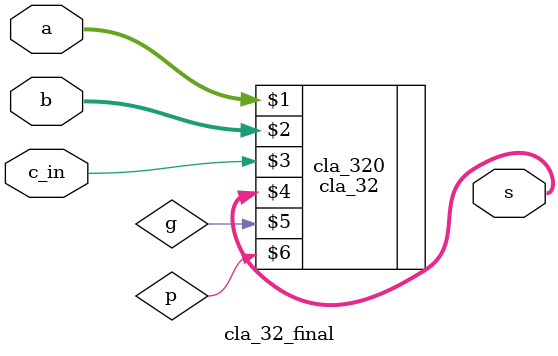
<source format=v>
`timescale 1ns / 1ps
module cla_32_final(
   
	input [31:0] a,
	input [31:0] b,
	input c_in,
	output [31:0] s
    );
	 wire g,p;

	 cla_32 cla_320(a,b,c_in,s,g,p);
	 
endmodule

</source>
